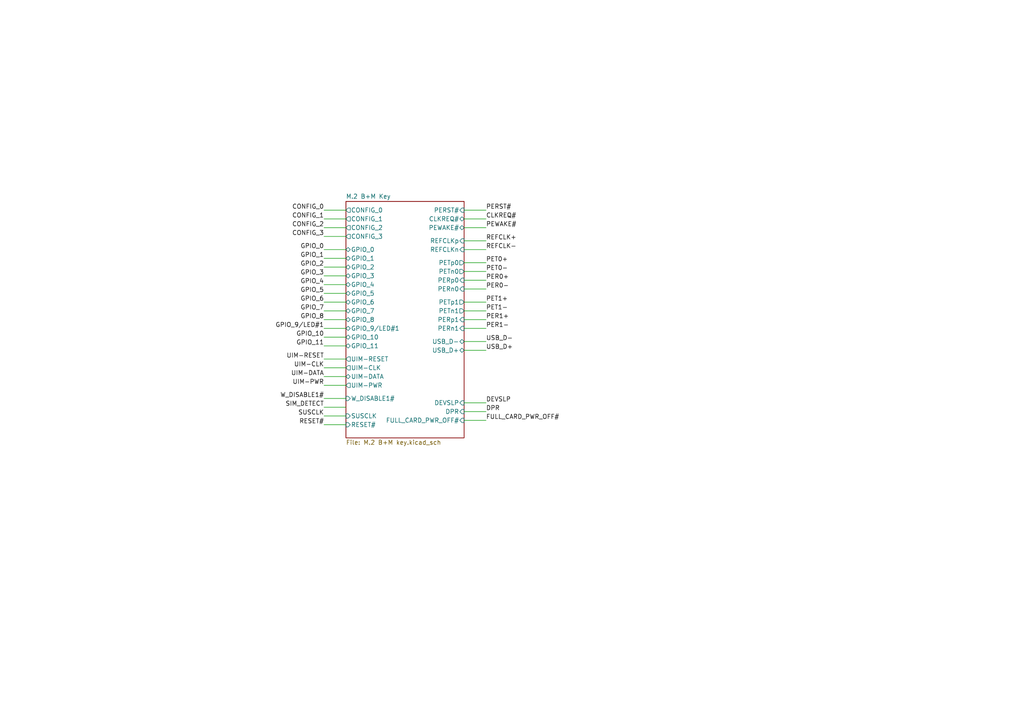
<source format=kicad_sch>
(kicad_sch
	(version 20250114)
	(generator "eeschema")
	(generator_version "9.0")
	(uuid "253eff07-53f4-4bee-bab0-3832dd5598c8")
	(paper "A4")
	(lib_symbols)
	(wire
		(pts
			(xy 93.98 109.22) (xy 100.33 109.22)
		)
		(stroke
			(width 0)
			(type default)
		)
		(uuid "0962b4ff-dac9-40bd-a540-29db2b83327e")
	)
	(wire
		(pts
			(xy 93.98 97.79) (xy 100.33 97.79)
		)
		(stroke
			(width 0)
			(type default)
		)
		(uuid "0f12c628-be27-4835-b5e5-9eaacd8b0ee6")
	)
	(wire
		(pts
			(xy 93.98 87.63) (xy 100.33 87.63)
		)
		(stroke
			(width 0)
			(type default)
		)
		(uuid "10ec4d96-5e2c-41a0-a004-ae80cc3f262b")
	)
	(wire
		(pts
			(xy 134.62 83.82) (xy 140.97 83.82)
		)
		(stroke
			(width 0)
			(type default)
		)
		(uuid "1d46dc48-6970-45f9-af55-dba758290ad4")
	)
	(wire
		(pts
			(xy 93.98 92.71) (xy 100.33 92.71)
		)
		(stroke
			(width 0)
			(type default)
		)
		(uuid "2789d2ff-ff6c-42d2-9c3e-9a1b9a37bb42")
	)
	(wire
		(pts
			(xy 93.98 95.25) (xy 100.33 95.25)
		)
		(stroke
			(width 0)
			(type default)
		)
		(uuid "2c686a27-e4c6-431a-bcb5-36dfeda77719")
	)
	(wire
		(pts
			(xy 93.98 123.19) (xy 100.33 123.19)
		)
		(stroke
			(width 0)
			(type default)
		)
		(uuid "387c80a2-fbd5-4b18-b414-a35897073ac9")
	)
	(wire
		(pts
			(xy 93.98 66.04) (xy 100.33 66.04)
		)
		(stroke
			(width 0)
			(type default)
		)
		(uuid "3df8c446-a36b-4c17-a9a0-31b111dfb229")
	)
	(wire
		(pts
			(xy 134.62 78.74) (xy 140.97 78.74)
		)
		(stroke
			(width 0)
			(type default)
		)
		(uuid "3fb55b61-bb0a-46bd-bf97-1e54255f5ff9")
	)
	(wire
		(pts
			(xy 134.62 72.39) (xy 140.97 72.39)
		)
		(stroke
			(width 0)
			(type default)
		)
		(uuid "41b4a08b-5079-4df8-9fc7-636d675d2e0a")
	)
	(wire
		(pts
			(xy 134.62 60.96) (xy 140.97 60.96)
		)
		(stroke
			(width 0)
			(type default)
		)
		(uuid "499cb430-dca0-41dd-9ea3-31b9163514b9")
	)
	(wire
		(pts
			(xy 134.62 76.2) (xy 140.97 76.2)
		)
		(stroke
			(width 0)
			(type default)
		)
		(uuid "4ae1b233-78ca-416d-810a-a4975713639a")
	)
	(wire
		(pts
			(xy 93.98 80.01) (xy 100.33 80.01)
		)
		(stroke
			(width 0)
			(type default)
		)
		(uuid "4dd5af5f-54e4-4bdc-ac55-84dedcd920e5")
	)
	(wire
		(pts
			(xy 93.98 120.65) (xy 100.33 120.65)
		)
		(stroke
			(width 0)
			(type default)
		)
		(uuid "511a83b4-9f4b-4bc4-a659-a96c44fa4bb8")
	)
	(wire
		(pts
			(xy 93.98 90.17) (xy 100.33 90.17)
		)
		(stroke
			(width 0)
			(type default)
		)
		(uuid "57732dc8-520f-49a2-80e1-3102b65cf96f")
	)
	(wire
		(pts
			(xy 134.62 81.28) (xy 140.97 81.28)
		)
		(stroke
			(width 0)
			(type default)
		)
		(uuid "5881c58a-df5a-4836-b2ce-a71d691dc954")
	)
	(wire
		(pts
			(xy 93.98 100.33) (xy 100.33 100.33)
		)
		(stroke
			(width 0)
			(type default)
		)
		(uuid "611c85d8-8584-4d90-80f4-f8f02f7dc762")
	)
	(wire
		(pts
			(xy 93.98 63.5) (xy 100.33 63.5)
		)
		(stroke
			(width 0)
			(type default)
		)
		(uuid "6857f8bb-6f30-4130-8c4e-84718b4f1838")
	)
	(wire
		(pts
			(xy 93.98 115.57) (xy 100.33 115.57)
		)
		(stroke
			(width 0)
			(type default)
		)
		(uuid "6e37657b-5430-4d33-aec5-4cbf6434a8c9")
	)
	(wire
		(pts
			(xy 134.62 116.84) (xy 140.97 116.84)
		)
		(stroke
			(width 0)
			(type default)
		)
		(uuid "7e5dc8f5-0778-4bb7-bd7c-4768167fa674")
	)
	(wire
		(pts
			(xy 134.62 99.06) (xy 140.97 99.06)
		)
		(stroke
			(width 0)
			(type default)
		)
		(uuid "82b1d41b-1166-4609-be6d-84422222f744")
	)
	(wire
		(pts
			(xy 93.98 82.55) (xy 100.33 82.55)
		)
		(stroke
			(width 0)
			(type default)
		)
		(uuid "8b1f040f-ef16-4472-bfff-f9d3fb57d10c")
	)
	(wire
		(pts
			(xy 134.62 90.17) (xy 140.97 90.17)
		)
		(stroke
			(width 0)
			(type default)
		)
		(uuid "913c0583-41d0-440c-81cb-53a38079e835")
	)
	(wire
		(pts
			(xy 134.62 121.92) (xy 140.97 121.92)
		)
		(stroke
			(width 0)
			(type default)
		)
		(uuid "947fa357-5c81-486d-b0c1-0289e07a5bce")
	)
	(wire
		(pts
			(xy 93.98 104.14) (xy 100.33 104.14)
		)
		(stroke
			(width 0)
			(type default)
		)
		(uuid "9563b310-d001-42bc-9e5a-ebed50c49763")
	)
	(wire
		(pts
			(xy 93.98 118.11) (xy 100.33 118.11)
		)
		(stroke
			(width 0)
			(type default)
		)
		(uuid "9f10e406-50e1-46b0-b6e0-92d45c21e887")
	)
	(wire
		(pts
			(xy 134.62 66.04) (xy 140.97 66.04)
		)
		(stroke
			(width 0)
			(type default)
		)
		(uuid "a399b029-af02-411c-a7a2-3b9c5dbb6f85")
	)
	(wire
		(pts
			(xy 93.98 74.93) (xy 100.33 74.93)
		)
		(stroke
			(width 0)
			(type default)
		)
		(uuid "ac4ca79b-0c3f-4579-a62c-e5ff654f4175")
	)
	(wire
		(pts
			(xy 134.62 87.63) (xy 140.97 87.63)
		)
		(stroke
			(width 0)
			(type default)
		)
		(uuid "afaf8918-27ec-4b9f-a71a-233c8cde6f04")
	)
	(wire
		(pts
			(xy 134.62 119.38) (xy 140.97 119.38)
		)
		(stroke
			(width 0)
			(type default)
		)
		(uuid "bf173125-1522-4ee3-b9cb-219ff1580d8d")
	)
	(wire
		(pts
			(xy 93.98 106.68) (xy 100.33 106.68)
		)
		(stroke
			(width 0)
			(type default)
		)
		(uuid "c318f361-dcbc-4d19-93d8-74cb4125ca99")
	)
	(wire
		(pts
			(xy 93.98 72.39) (xy 100.33 72.39)
		)
		(stroke
			(width 0)
			(type default)
		)
		(uuid "c35f3c00-51df-48de-919e-a983e30c1bdf")
	)
	(wire
		(pts
			(xy 93.98 111.76) (xy 100.33 111.76)
		)
		(stroke
			(width 0)
			(type default)
		)
		(uuid "ccd12086-a052-4e14-994a-2f24079d257c")
	)
	(wire
		(pts
			(xy 134.62 101.6) (xy 140.97 101.6)
		)
		(stroke
			(width 0)
			(type default)
		)
		(uuid "d1a2d19b-3e43-4a94-ab0d-e0b177d5b23e")
	)
	(wire
		(pts
			(xy 93.98 77.47) (xy 100.33 77.47)
		)
		(stroke
			(width 0)
			(type default)
		)
		(uuid "dc0eaf61-ec72-4b6b-8164-fe9cfb4a97ef")
	)
	(wire
		(pts
			(xy 93.98 85.09) (xy 100.33 85.09)
		)
		(stroke
			(width 0)
			(type default)
		)
		(uuid "dd4a9fb0-1073-425b-a8e0-eb1846274ddf")
	)
	(wire
		(pts
			(xy 134.62 69.85) (xy 140.97 69.85)
		)
		(stroke
			(width 0)
			(type default)
		)
		(uuid "e38001ad-81cd-4f6f-be99-e36eb4d98007")
	)
	(wire
		(pts
			(xy 93.98 68.58) (xy 100.33 68.58)
		)
		(stroke
			(width 0)
			(type default)
		)
		(uuid "e64c1d6b-a46c-4b70-a629-e24cf62acdee")
	)
	(wire
		(pts
			(xy 93.98 60.96) (xy 100.33 60.96)
		)
		(stroke
			(width 0)
			(type default)
		)
		(uuid "e9b3bc47-c15d-44c5-a8a0-6d81f197f130")
	)
	(wire
		(pts
			(xy 134.62 95.25) (xy 140.97 95.25)
		)
		(stroke
			(width 0)
			(type default)
		)
		(uuid "ea369c3c-a777-4e20-909d-c9345f9c3801")
	)
	(wire
		(pts
			(xy 134.62 63.5) (xy 140.97 63.5)
		)
		(stroke
			(width 0)
			(type default)
		)
		(uuid "f644722a-6d52-4171-b860-59f7c3599f44")
	)
	(wire
		(pts
			(xy 134.62 92.71) (xy 140.97 92.71)
		)
		(stroke
			(width 0)
			(type default)
		)
		(uuid "fc061abc-5012-4413-8ad9-a8a059a0c1ae")
	)
	(label "FULL_CARD_PWR_OFF#"
		(at 140.97 121.92 0)
		(effects
			(font
				(size 1.27 1.27)
			)
			(justify left bottom)
		)
		(uuid "1205b6b2-9307-445f-90d2-0eb47604b0e3")
	)
	(label "SIM_DETECT"
		(at 93.98 118.11 180)
		(effects
			(font
				(size 1.27 1.27)
			)
			(justify right bottom)
		)
		(uuid "1e39b9b2-50f2-4875-b0df-3d525c66637b")
	)
	(label "GPIO_4"
		(at 93.98 82.55 180)
		(effects
			(font
				(size 1.27 1.27)
			)
			(justify right bottom)
		)
		(uuid "1f1cd20a-341d-40da-9e45-76f45ded95d0")
	)
	(label "PET0-"
		(at 140.97 78.74 0)
		(effects
			(font
				(size 1.27 1.27)
			)
			(justify left bottom)
		)
		(uuid "1f5e1063-c694-4ee7-8d8c-fc6f1aa0ae65")
	)
	(label "PET1-"
		(at 140.97 90.17 0)
		(effects
			(font
				(size 1.27 1.27)
			)
			(justify left bottom)
		)
		(uuid "21c7dd63-e835-4888-8ade-4fe51b8f475f")
	)
	(label "CLKREQ#"
		(at 140.97 63.5 0)
		(effects
			(font
				(size 1.27 1.27)
			)
			(justify left bottom)
		)
		(uuid "275a57c8-6544-4d36-b123-ec9a718d3591")
	)
	(label "RESET#"
		(at 93.98 123.19 180)
		(effects
			(font
				(size 1.27 1.27)
			)
			(justify right bottom)
		)
		(uuid "2fa12d9d-92f8-4a6d-9bc2-a844d5e5d629")
	)
	(label "PER1+"
		(at 140.97 92.71 0)
		(effects
			(font
				(size 1.27 1.27)
			)
			(justify left bottom)
		)
		(uuid "34e51d5e-eb36-4b51-8b49-bbad15ed3ab4")
	)
	(label "PER0-"
		(at 140.97 83.82 0)
		(effects
			(font
				(size 1.27 1.27)
			)
			(justify left bottom)
		)
		(uuid "39946e10-b4af-4d9f-b306-a82462c424f3")
	)
	(label "GPIO_10"
		(at 93.98 97.79 180)
		(effects
			(font
				(size 1.27 1.27)
			)
			(justify right bottom)
		)
		(uuid "41bdcecd-5d22-4d37-bff7-0e22b7aa75f1")
	)
	(label "REFCLK-"
		(at 140.97 72.39 0)
		(effects
			(font
				(size 1.27 1.27)
			)
			(justify left bottom)
		)
		(uuid "5b212f37-2ab6-47e8-be0e-7a61134e67e7")
	)
	(label "PER0+"
		(at 140.97 81.28 0)
		(effects
			(font
				(size 1.27 1.27)
			)
			(justify left bottom)
		)
		(uuid "5bb7838c-9c53-445a-881d-e53df1d30af1")
	)
	(label "CONFIG_0"
		(at 93.98 60.96 180)
		(effects
			(font
				(size 1.27 1.27)
			)
			(justify right bottom)
		)
		(uuid "672b8946-07f9-43de-aeaf-e145fb9d1c98")
	)
	(label "CONFIG_1"
		(at 93.98 63.5 180)
		(effects
			(font
				(size 1.27 1.27)
			)
			(justify right bottom)
		)
		(uuid "6abb88d7-3e5c-41c4-8ad7-8a797fda9b50")
	)
	(label "UIM-RESET"
		(at 93.98 104.14 180)
		(effects
			(font
				(size 1.27 1.27)
			)
			(justify right bottom)
		)
		(uuid "6b79c6bb-a37f-49a2-a70e-d8fb1c3ec9f3")
	)
	(label "CONFIG_2"
		(at 93.98 66.04 180)
		(effects
			(font
				(size 1.27 1.27)
			)
			(justify right bottom)
		)
		(uuid "6d3053b3-a723-4a8e-99ac-916427a89171")
	)
	(label "PEWAKE#"
		(at 140.97 66.04 0)
		(effects
			(font
				(size 1.27 1.27)
			)
			(justify left bottom)
		)
		(uuid "6fc04655-3795-44b3-b41f-8dbb3e66e144")
	)
	(label "PERST#"
		(at 140.97 60.96 0)
		(effects
			(font
				(size 1.27 1.27)
			)
			(justify left bottom)
		)
		(uuid "70e7e4d9-1861-4359-82e1-eb8128a4b440")
	)
	(label "GPIO_7"
		(at 93.98 90.17 180)
		(effects
			(font
				(size 1.27 1.27)
			)
			(justify right bottom)
		)
		(uuid "7256e379-12d0-45b6-ae21-d8b0dbd13cde")
	)
	(label "REFCLK+"
		(at 140.97 69.85 0)
		(effects
			(font
				(size 1.27 1.27)
			)
			(justify left bottom)
		)
		(uuid "7952d629-3e39-4852-9174-cd41cf3ab0ba")
	)
	(label "USB_D-"
		(at 140.97 99.06 0)
		(effects
			(font
				(size 1.27 1.27)
			)
			(justify left bottom)
		)
		(uuid "942c56bb-eeab-4609-8703-8d9f9ca7f3dd")
	)
	(label "SUSCLK"
		(at 93.98 120.65 180)
		(effects
			(font
				(size 1.27 1.27)
			)
			(justify right bottom)
		)
		(uuid "9870ecad-537e-4f14-95ae-8e88bbb2c3d4")
	)
	(label "GPIO_5"
		(at 93.98 85.09 180)
		(effects
			(font
				(size 1.27 1.27)
			)
			(justify right bottom)
		)
		(uuid "9c00d403-a7bb-49de-a188-dd085c4c3d9f")
	)
	(label "GPIO_11"
		(at 93.98 100.33 180)
		(effects
			(font
				(size 1.27 1.27)
			)
			(justify right bottom)
		)
		(uuid "a4b300c7-d2ed-414c-909e-400c0b9fef48")
	)
	(label "UIM-PWR"
		(at 93.98 111.76 180)
		(effects
			(font
				(size 1.27 1.27)
			)
			(justify right bottom)
		)
		(uuid "a5998f33-cf31-49dc-a8a3-bca7d1953f8a")
	)
	(label "W_DISABLE1#"
		(at 93.98 115.57 180)
		(effects
			(font
				(size 1.27 1.27)
			)
			(justify right bottom)
		)
		(uuid "acbbf1b3-70ba-4713-874d-018dbc4756df")
	)
	(label "GPIO_0"
		(at 93.98 72.39 180)
		(effects
			(font
				(size 1.27 1.27)
			)
			(justify right bottom)
		)
		(uuid "b2209ada-59a2-4f53-8334-5b9fce2b62ef")
	)
	(label "USB_D+"
		(at 140.97 101.6 0)
		(effects
			(font
				(size 1.27 1.27)
			)
			(justify left bottom)
		)
		(uuid "b454c671-1def-45dc-b6b4-ac690d0b5f2a")
	)
	(label "GPIO_2"
		(at 93.98 77.47 180)
		(effects
			(font
				(size 1.27 1.27)
			)
			(justify right bottom)
		)
		(uuid "b74e6b40-b741-4fdd-bc6e-ec8467812e30")
	)
	(label "CONFIG_3"
		(at 93.98 68.58 180)
		(effects
			(font
				(size 1.27 1.27)
			)
			(justify right bottom)
		)
		(uuid "be58518f-c802-4e5e-90e1-50296aa46b7a")
	)
	(label "PET1+"
		(at 140.97 87.63 0)
		(effects
			(font
				(size 1.27 1.27)
			)
			(justify left bottom)
		)
		(uuid "c7ce00c0-d3ed-458a-bf4a-f2726981b393")
	)
	(label "GPIO_8"
		(at 93.98 92.71 180)
		(effects
			(font
				(size 1.27 1.27)
			)
			(justify right bottom)
		)
		(uuid "cba2746f-d06b-43dd-95dd-76df1f5f1c70")
	)
	(label "GPIO_6"
		(at 93.98 87.63 180)
		(effects
			(font
				(size 1.27 1.27)
			)
			(justify right bottom)
		)
		(uuid "d8d39230-38ff-4340-b476-63b507684545")
	)
	(label "GPIO_3"
		(at 93.98 80.01 180)
		(effects
			(font
				(size 1.27 1.27)
			)
			(justify right bottom)
		)
		(uuid "daff1e59-1d43-4c44-9609-a4917bf0c102")
	)
	(label "GPIO_1"
		(at 93.98 74.93 180)
		(effects
			(font
				(size 1.27 1.27)
			)
			(justify right bottom)
		)
		(uuid "dc56a801-6f2a-46aa-8266-24247948e661")
	)
	(label "UIM-CLK"
		(at 93.98 106.68 180)
		(effects
			(font
				(size 1.27 1.27)
			)
			(justify right bottom)
		)
		(uuid "ddd7acdf-5e04-4ece-aadc-b7baf31af373")
	)
	(label "GPIO_9{slash}LED#1"
		(at 93.98 95.25 180)
		(effects
			(font
				(size 1.27 1.27)
			)
			(justify right bottom)
		)
		(uuid "df7f4bb7-9cb1-4b8b-9640-ff2a48036b02")
	)
	(label "DPR"
		(at 140.97 119.38 0)
		(effects
			(font
				(size 1.27 1.27)
			)
			(justify left bottom)
		)
		(uuid "e3a95c35-1a0b-4167-bf14-24b082ff4123")
	)
	(label "DEVSLP"
		(at 140.97 116.84 0)
		(effects
			(font
				(size 1.27 1.27)
			)
			(justify left bottom)
		)
		(uuid "e93e7825-43cf-4fdb-861b-65d022b8c28b")
	)
	(label "PET0+"
		(at 140.97 76.2 0)
		(effects
			(font
				(size 1.27 1.27)
			)
			(justify left bottom)
		)
		(uuid "f199b930-6c1e-4a7a-8ab9-6de9ed2eacf8")
	)
	(label "UIM-DATA"
		(at 93.98 109.22 180)
		(effects
			(font
				(size 1.27 1.27)
			)
			(justify right bottom)
		)
		(uuid "f7b0f74f-4911-423b-a622-1fb2554a45a1")
	)
	(label "PER1-"
		(at 140.97 95.25 0)
		(effects
			(font
				(size 1.27 1.27)
			)
			(justify left bottom)
		)
		(uuid "f8fe2b4d-3773-42bd-870e-6479a06464ab")
	)
	(sheet
		(at 100.33 58.42)
		(size 34.29 68.58)
		(exclude_from_sim no)
		(in_bom yes)
		(on_board yes)
		(dnp no)
		(fields_autoplaced yes)
		(stroke
			(width 0.1524)
			(type solid)
		)
		(fill
			(color 0 0 0 0.0000)
		)
		(uuid "94c20632-289a-4bcd-acaf-b86d2878e857")
		(property "Sheetname" "M.2 B+M Key"
			(at 100.33 57.7084 0)
			(effects
				(font
					(size 1.27 1.27)
				)
				(justify left bottom)
			)
		)
		(property "Sheetfile" "M.2 B+M key.kicad_sch"
			(at 100.33 127.5846 0)
			(effects
				(font
					(size 1.27 1.27)
				)
				(justify left top)
			)
		)
		(pin "GPIO_9/LED#1" bidirectional
			(at 100.33 95.25 180)
			(uuid "073fdec1-242a-4110-8b9f-13f24a2bf984")
			(effects
				(font
					(size 1.27 1.27)
				)
				(justify left)
			)
		)
		(pin "GPIO_0" bidirectional
			(at 100.33 72.39 180)
			(uuid "7f244c28-f4b6-452f-ae43-3c02688dad4a")
			(effects
				(font
					(size 1.27 1.27)
				)
				(justify left)
			)
		)
		(pin "UIM-RESET" output
			(at 100.33 104.14 180)
			(uuid "453bddf6-c6b4-4f59-bc98-d4364d7f8eb7")
			(effects
				(font
					(size 1.27 1.27)
				)
				(justify left)
			)
		)
		(pin "UIM-DATA" bidirectional
			(at 100.33 109.22 180)
			(uuid "8425a8d9-1f72-46c2-9faf-1fb07421c1ce")
			(effects
				(font
					(size 1.27 1.27)
				)
				(justify left)
			)
		)
		(pin "GPIO_3" bidirectional
			(at 100.33 80.01 180)
			(uuid "87183310-b347-4639-bc47-4d7319856f8f")
			(effects
				(font
					(size 1.27 1.27)
				)
				(justify left)
			)
		)
		(pin "GPIO_5" bidirectional
			(at 100.33 85.09 180)
			(uuid "6d3c2dc8-29d2-4eb0-8b2a-a0dbaac0e04d")
			(effects
				(font
					(size 1.27 1.27)
				)
				(justify left)
			)
		)
		(pin "CONFIG_1" output
			(at 100.33 63.5 180)
			(uuid "9765881b-1b5b-4723-ab29-d1b74185bf6f")
			(effects
				(font
					(size 1.27 1.27)
				)
				(justify left)
			)
		)
		(pin "CONFIG_2" output
			(at 100.33 66.04 180)
			(uuid "aba33322-e68f-4e3f-a9cb-b4973ac42d6b")
			(effects
				(font
					(size 1.27 1.27)
				)
				(justify left)
			)
		)
		(pin "PERn1" input
			(at 134.62 95.25 0)
			(uuid "58ac8a36-7437-4033-a224-f58499f61e2c")
			(effects
				(font
					(size 1.27 1.27)
				)
				(justify right)
			)
		)
		(pin "PETn1" output
			(at 134.62 90.17 0)
			(uuid "2245a6d8-0ee3-4424-9789-3a92eb80857f")
			(effects
				(font
					(size 1.27 1.27)
				)
				(justify right)
			)
		)
		(pin "DPR" input
			(at 134.62 119.38 0)
			(uuid "a8ef963a-6daf-4b54-8a3f-d1083b720f8f")
			(effects
				(font
					(size 1.27 1.27)
				)
				(justify right)
			)
		)
		(pin "GPIO_10" bidirectional
			(at 100.33 97.79 180)
			(uuid "e6250c4d-3838-4376-8232-18460f4829ae")
			(effects
				(font
					(size 1.27 1.27)
				)
				(justify left)
			)
		)
		(pin "UIM-PWR" output
			(at 100.33 111.76 180)
			(uuid "770c260a-a845-412a-8b25-5b9359e9e624")
			(effects
				(font
					(size 1.27 1.27)
				)
				(justify left)
			)
		)
		(pin "GPIO_7" bidirectional
			(at 100.33 90.17 180)
			(uuid "07d917b7-80eb-41aa-99fd-e7843f93051d")
			(effects
				(font
					(size 1.27 1.27)
				)
				(justify left)
			)
		)
		(pin "REFCLKp" input
			(at 134.62 69.85 0)
			(uuid "e2c9ca20-999f-4689-a756-c40583b02e89")
			(effects
				(font
					(size 1.27 1.27)
				)
				(justify right)
			)
		)
		(pin "DEVSLP" input
			(at 134.62 116.84 0)
			(uuid "36a3a042-5036-4bd7-9948-9dd3ff7ab636")
			(effects
				(font
					(size 1.27 1.27)
				)
				(justify right)
			)
		)
		(pin "PERn0" input
			(at 134.62 83.82 0)
			(uuid "84b91897-a013-40aa-a4c0-1c96f0cbc64a")
			(effects
				(font
					(size 1.27 1.27)
				)
				(justify right)
			)
		)
		(pin "GPIO_1" bidirectional
			(at 100.33 74.93 180)
			(uuid "7588eaee-4d4d-4a21-886c-151b1c78297e")
			(effects
				(font
					(size 1.27 1.27)
				)
				(justify left)
			)
		)
		(pin "GPIO_4" bidirectional
			(at 100.33 82.55 180)
			(uuid "e5c8566f-92c0-4266-a427-158438705e20")
			(effects
				(font
					(size 1.27 1.27)
				)
				(justify left)
			)
		)
		(pin "PETp0" output
			(at 134.62 76.2 0)
			(uuid "aef2988b-6b43-4bc6-9122-d3616354904b")
			(effects
				(font
					(size 1.27 1.27)
				)
				(justify right)
			)
		)
		(pin "CONFIG_0" output
			(at 100.33 60.96 180)
			(uuid "42e79d71-921b-42d7-9bd6-edf9587f0b26")
			(effects
				(font
					(size 1.27 1.27)
				)
				(justify left)
			)
		)
		(pin "PERp0" input
			(at 134.62 81.28 0)
			(uuid "01e7dc05-1ec1-4ecd-bec3-a32f86141b13")
			(effects
				(font
					(size 1.27 1.27)
				)
				(justify right)
			)
		)
		(pin "PETn0" output
			(at 134.62 78.74 0)
			(uuid "4d185122-82c6-4d2d-be52-58d4ab045124")
			(effects
				(font
					(size 1.27 1.27)
				)
				(justify right)
			)
		)
		(pin "REFCLKn" input
			(at 134.62 72.39 0)
			(uuid "5e3d3ee5-252a-449e-a881-10273ab14779")
			(effects
				(font
					(size 1.27 1.27)
				)
				(justify right)
			)
		)
		(pin "SUSCLK" input
			(at 100.33 120.65 180)
			(uuid "c0c23d50-7b22-4836-9674-c8ae126d6ed4")
			(effects
				(font
					(size 1.27 1.27)
				)
				(justify left)
			)
		)
		(pin "PETp1" output
			(at 134.62 87.63 0)
			(uuid "0330e935-2915-492d-abd9-aac02d160dd7")
			(effects
				(font
					(size 1.27 1.27)
				)
				(justify right)
			)
		)
		(pin "USB_D+" bidirectional
			(at 134.62 101.6 0)
			(uuid "cd06f50d-1a6b-42fd-8233-20408cb17e11")
			(effects
				(font
					(size 1.27 1.27)
				)
				(justify right)
			)
		)
		(pin "FULL_CARD_PWR_OFF#" input
			(at 134.62 121.92 0)
			(uuid "f1612cf4-9b81-454e-8140-f5a186afbb7e")
			(effects
				(font
					(size 1.27 1.27)
				)
				(justify right)
			)
		)
		(pin "GPIO_8" bidirectional
			(at 100.33 92.71 180)
			(uuid "7921fcbf-f39f-440c-87b6-51cf47450cb0")
			(effects
				(font
					(size 1.27 1.27)
				)
				(justify left)
			)
		)
		(pin "W_DISABLE1#" input
			(at 100.33 115.57 180)
			(uuid "67744afe-6a2f-4af7-b88e-c3b8c9c9d897")
			(effects
				(font
					(size 1.27 1.27)
				)
				(justify left)
			)
		)
		(pin "USB_D-" bidirectional
			(at 134.62 99.06 0)
			(uuid "12c93e96-9d08-4eed-a94c-36bc8299d6ca")
			(effects
				(font
					(size 1.27 1.27)
				)
				(justify right)
			)
		)
		(pin "PERp1" input
			(at 134.62 92.71 0)
			(uuid "bf674829-7e6b-43d5-a8ef-14df192d026b")
			(effects
				(font
					(size 1.27 1.27)
				)
				(justify right)
			)
		)
		(pin "GPIO_2" bidirectional
			(at 100.33 77.47 180)
			(uuid "5e8b76cd-31e1-46b3-b33a-3d63b6f92c14")
			(effects
				(font
					(size 1.27 1.27)
				)
				(justify left)
			)
		)
		(pin "RESET#" input
			(at 100.33 123.19 180)
			(uuid "ca9732e5-5fec-40af-bfda-3cacd47ddf2c")
			(effects
				(font
					(size 1.27 1.27)
				)
				(justify left)
			)
		)
		(pin "PERST#" input
			(at 134.62 60.96 0)
			(uuid "8095ad18-5af4-40a5-940d-5e63dad59a55")
			(effects
				(font
					(size 1.27 1.27)
				)
				(justify right)
			)
		)
		(pin "CONFIG_3" output
			(at 100.33 68.58 180)
			(uuid "bec30d19-9fdb-4ec6-8189-eb8b21c4f289")
			(effects
				(font
					(size 1.27 1.27)
				)
				(justify left)
			)
		)
		(pin "GPIO_11" bidirectional
			(at 100.33 100.33 180)
			(uuid "80c49cfb-dbcd-4e11-8330-af3f4f2e5a0d")
			(effects
				(font
					(size 1.27 1.27)
				)
				(justify left)
			)
		)
		(pin "UIM-CLK" output
			(at 100.33 106.68 180)
			(uuid "3f49b293-49a9-4a7b-aa4b-fbe2dd208194")
			(effects
				(font
					(size 1.27 1.27)
				)
				(justify left)
			)
		)
		(pin "PEWAKE#" bidirectional
			(at 134.62 66.04 0)
			(uuid "753563a3-8140-4798-a5f8-95206f481ff8")
			(effects
				(font
					(size 1.27 1.27)
				)
				(justify right)
			)
		)
		(pin "CLKREQ#" bidirectional
			(at 134.62 63.5 0)
			(uuid "cb5a7023-22b9-49f5-8749-33b19acaa28e")
			(effects
				(font
					(size 1.27 1.27)
				)
				(justify right)
			)
		)
		(pin "GPIO_6" bidirectional
			(at 100.33 87.63 180)
			(uuid "f9c293b1-81e0-4aab-b3d4-0cb86453e8d7")
			(effects
				(font
					(size 1.27 1.27)
				)
				(justify left)
			)
		)
		(instances
			(project "M.2 B+M Key 2242"
				(path "/253eff07-53f4-4bee-bab0-3832dd5598c8"
					(page "2")
				)
			)
		)
	)
	(sheet_instances
		(path "/"
			(page "1")
		)
	)
	(embedded_fonts no)
)

</source>
